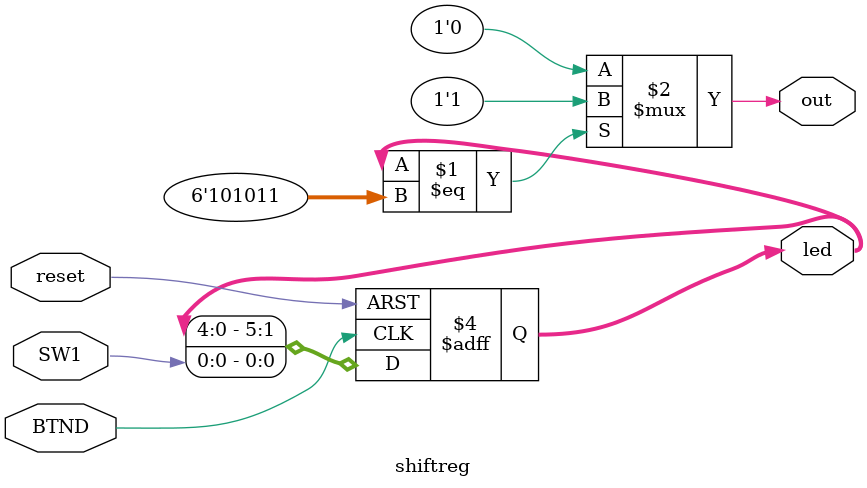
<source format=v>
module shiftreg(BTND,led,out,SW1,reset);
input BTND,SW1,reset;
output[5:0]led;
output out;
reg[5:0]led;
assign out=(led== 6'b101011) ? 1'b1:1'b0;
always @(posedge reset or posedge BTND)
 begin
  if(reset) led<=6'd0;
  else led<={led[4:0],SW1};
  
  
 end

endmodule 
</source>
